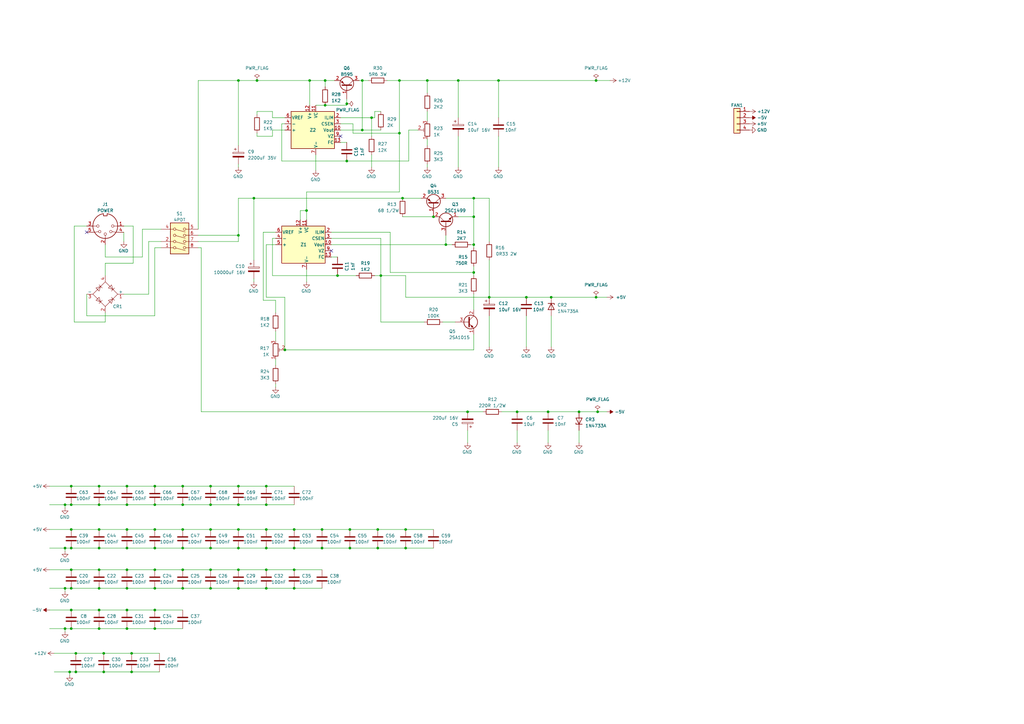
<source format=kicad_sch>
(kicad_sch (version 20230121) (generator eeschema)
  (paper "A3")
  (junction (at 29.21 199.39))
  (junction (at 28.575 275.59))
  (junction (at 127 33.02))
  (junction (at 52.07 224.79))
  (junction (at 97.79 199.39))
  (junction (at 63.5 233.68))
  (junction (at 26.67 207.01))
  (junction (at 191.77 168.91))
  (junction (at 42.545 267.97))
  (junction (at 143.51 224.79))
  (junction (at 97.79 96.52))
  (junction (at 29.21 233.68))
  (junction (at 52.07 250.19))
  (junction (at 142.24 66.04))
  (junction (at 177.8 88.9))
  (junction (at 26.67 257.81))
  (junction (at 74.93 224.79))
  (junction (at 86.36 224.79))
  (junction (at 40.64 250.19))
  (junction (at 97.79 33.02))
  (junction (at 244.475 33.02))
  (junction (at 52.07 257.81))
  (junction (at 175.26 33.02))
  (junction (at 237.49 168.91))
  (junction (at 120.65 224.79))
  (junction (at 97.79 224.79))
  (junction (at 109.22 217.17))
  (junction (at 63.5 207.01))
  (junction (at 74.93 233.68))
  (junction (at 63.5 250.19))
  (junction (at 142.24 42.545))
  (junction (at 120.65 217.17))
  (junction (at 52.07 217.17))
  (junction (at 29.21 207.01))
  (junction (at 109.22 233.68))
  (junction (at 63.5 217.17))
  (junction (at 53.975 267.97))
  (junction (at 53.975 275.59))
  (junction (at 40.64 199.39))
  (junction (at 74.93 207.01))
  (junction (at 52.07 241.3))
  (junction (at 31.115 267.97))
  (junction (at 74.93 199.39))
  (junction (at 194.31 100.33))
  (junction (at 104.14 81.28))
  (junction (at 132.08 224.79))
  (junction (at 29.21 250.19))
  (junction (at 156.21 113.03))
  (junction (at 97.79 217.17))
  (junction (at 154.94 217.17))
  (junction (at 244.475 121.92))
  (junction (at 97.79 241.3))
  (junction (at 143.51 217.17))
  (junction (at 120.65 241.3))
  (junction (at 116.84 143.51))
  (junction (at 63.5 199.39))
  (junction (at 133.35 43.18))
  (junction (at 52.07 233.68))
  (junction (at 40.64 233.68))
  (junction (at 226.06 121.92))
  (junction (at 63.5 224.79))
  (junction (at 194.31 88.9))
  (junction (at 187.96 33.02))
  (junction (at 29.21 241.3))
  (junction (at 215.9 121.92))
  (junction (at 97.79 233.68))
  (junction (at 109.22 224.79))
  (junction (at 86.36 241.3))
  (junction (at 40.64 241.3))
  (junction (at 154.94 224.79))
  (junction (at 97.79 207.01))
  (junction (at 212.09 168.91))
  (junction (at 105.41 33.02))
  (junction (at 204.47 33.02))
  (junction (at 182.88 100.33))
  (junction (at 133.35 33.02))
  (junction (at 86.36 199.39))
  (junction (at 52.07 199.39))
  (junction (at 86.36 233.68))
  (junction (at 166.37 217.17))
  (junction (at 63.5 241.3))
  (junction (at 163.83 33.02))
  (junction (at 163.83 54.61))
  (junction (at 224.79 168.91))
  (junction (at 40.64 207.01))
  (junction (at 52.07 207.01))
  (junction (at 245.11 168.91))
  (junction (at 165.1 81.28))
  (junction (at 194.31 81.28))
  (junction (at 29.21 257.81))
  (junction (at 40.64 257.81))
  (junction (at 138.43 113.03))
  (junction (at 200.66 121.92))
  (junction (at 109.22 241.3))
  (junction (at 148.59 33.02))
  (junction (at 74.93 241.3))
  (junction (at 29.21 217.17))
  (junction (at 120.65 233.68))
  (junction (at 42.545 275.59))
  (junction (at 166.37 224.79))
  (junction (at 26.67 241.3))
  (junction (at 29.21 224.79))
  (junction (at 86.36 207.01))
  (junction (at 86.36 217.17))
  (junction (at 26.67 224.79))
  (junction (at 40.64 224.79))
  (junction (at 125.73 86.36))
  (junction (at 132.08 217.17))
  (junction (at 152.4 48.26))
  (junction (at 40.64 217.17))
  (junction (at 148.59 53.34))
  (junction (at 109.22 207.01))
  (junction (at 74.93 217.17))
  (junction (at 31.115 275.59))
  (junction (at 109.22 199.39))
  (junction (at 63.5 257.81))
  (junction (at 194.31 111.76))
  (no_connect (at 139.7 55.88))
  (no_connect (at 35.56 95.25))
  (no_connect (at 135.89 102.87))
  (wire (pts (xy 194.31 111.76) (xy 194.31 113.03)))
  (wire (pts (xy 244.475 121.92) (xy 248.92 121.92)))
  (wire (pts (xy 81.28 33.02) (xy 97.79 33.02)))
  (wire (pts (xy 215.9 121.92) (xy 226.06 121.92)))
  (wire (pts (xy 109.22 224.79) (xy 120.65 224.79)))
  (wire (pts (xy 156.21 97.79) (xy 156.21 113.03)))
  (wire (pts (xy 22.225 267.97) (xy 31.115 267.97)))
  (wire (pts (xy 29.21 257.81) (xy 40.64 257.81)))
  (wire (pts (xy 30.48 92.71) (xy 30.48 132.08)))
  (wire (pts (xy 156.21 132.08) (xy 156.21 113.03)))
  (wire (pts (xy 109.22 100.33) (xy 109.22 121.92)))
  (wire (pts (xy 111.76 55.88) (xy 105.41 55.88)))
  (wire (pts (xy 138.43 113.03) (xy 146.05 113.03)))
  (wire (pts (xy 81.28 101.6) (xy 82.55 101.6)))
  (wire (pts (xy 143.51 224.79) (xy 154.94 224.79)))
  (wire (pts (xy 194.31 100.33) (xy 193.04 100.33)))
  (wire (pts (xy 113.03 95.25) (xy 107.95 95.25)))
  (wire (pts (xy 166.37 121.92) (xy 200.66 121.92)))
  (wire (pts (xy 187.96 55.88) (xy 187.96 68.58)))
  (wire (pts (xy 182.88 81.28) (xy 194.31 81.28)))
  (wire (pts (xy 115.57 50.8) (xy 116.84 50.8)))
  (wire (pts (xy 165.1 81.28) (xy 172.72 81.28)))
  (wire (pts (xy 63.5 224.79) (xy 74.93 224.79)))
  (wire (pts (xy 20.32 250.19) (xy 29.21 250.19)))
  (wire (pts (xy 244.475 33.02) (xy 250.19 33.02)))
  (wire (pts (xy 111.76 113.03) (xy 138.43 113.03)))
  (wire (pts (xy 153.67 48.26) (xy 153.67 45.72)))
  (wire (pts (xy 143.51 217.17) (xy 154.94 217.17)))
  (wire (pts (xy 40.64 207.01) (xy 52.07 207.01)))
  (wire (pts (xy 26.67 207.01) (xy 26.67 208.28)))
  (wire (pts (xy 29.21 241.3) (xy 40.64 241.3)))
  (wire (pts (xy 26.67 224.79) (xy 26.67 226.06)))
  (wire (pts (xy 166.37 217.17) (xy 177.8 217.17)))
  (wire (pts (xy 42.545 275.59) (xy 53.975 275.59)))
  (wire (pts (xy 120.65 217.17) (xy 132.08 217.17)))
  (wire (pts (xy 20.32 257.81) (xy 26.67 257.81)))
  (wire (pts (xy 120.65 241.3) (xy 132.08 241.3)))
  (wire (pts (xy 28.575 275.59) (xy 31.115 275.59)))
  (wire (pts (xy 20.32 224.79) (xy 26.67 224.79)))
  (wire (pts (xy 40.64 250.19) (xy 52.07 250.19)))
  (wire (pts (xy 97.79 199.39) (xy 109.22 199.39)))
  (wire (pts (xy 29.21 250.19) (xy 40.64 250.19)))
  (wire (pts (xy 40.64 217.17) (xy 52.07 217.17)))
  (wire (pts (xy 43.18 107.95) (xy 43.18 113.03)))
  (wire (pts (xy 31.115 267.97) (xy 42.545 267.97)))
  (wire (pts (xy 111.76 97.79) (xy 111.76 113.03)))
  (wire (pts (xy 200.66 129.54) (xy 200.66 142.24)))
  (wire (pts (xy 158.75 33.02) (xy 163.83 33.02)))
  (wire (pts (xy 144.78 54.61) (xy 163.83 54.61)))
  (wire (pts (xy 148.59 53.34) (xy 156.21 53.34)))
  (wire (pts (xy 86.36 217.17) (xy 97.79 217.17)))
  (wire (pts (xy 129.54 63.5) (xy 129.54 69.85)))
  (wire (pts (xy 97.79 99.06) (xy 97.79 96.52)))
  (wire (pts (xy 163.83 78.74) (xy 125.73 78.74)))
  (wire (pts (xy 26.67 241.3) (xy 29.21 241.3)))
  (wire (pts (xy 116.84 121.92) (xy 116.84 143.51)))
  (wire (pts (xy 194.31 81.28) (xy 194.31 88.9)))
  (wire (pts (xy 31.115 275.59) (xy 42.545 275.59)))
  (wire (pts (xy 52.07 224.79) (xy 63.5 224.79)))
  (wire (pts (xy 97.79 207.01) (xy 109.22 207.01)))
  (wire (pts (xy 29.21 224.79) (xy 40.64 224.79)))
  (wire (pts (xy 187.96 33.02) (xy 204.47 33.02)))
  (wire (pts (xy 191.77 168.91) (xy 198.12 168.91)))
  (wire (pts (xy 40.64 199.39) (xy 52.07 199.39)))
  (wire (pts (xy 113.03 157.48) (xy 113.03 158.75)))
  (wire (pts (xy 113.03 135.89) (xy 113.03 139.7)))
  (wire (pts (xy 125.73 110.49) (xy 125.73 115.57)))
  (wire (pts (xy 132.08 217.17) (xy 143.51 217.17)))
  (wire (pts (xy 58.42 93.98) (xy 66.04 93.98)))
  (wire (pts (xy 50.8 92.71) (xy 54.61 92.71)))
  (wire (pts (xy 97.79 33.02) (xy 97.79 59.69)))
  (wire (pts (xy 163.83 33.02) (xy 175.26 33.02)))
  (wire (pts (xy 132.08 224.79) (xy 143.51 224.79)))
  (wire (pts (xy 175.26 33.02) (xy 175.26 38.1)))
  (wire (pts (xy 81.28 99.06) (xy 97.79 99.06)))
  (wire (pts (xy 127 33.02) (xy 133.35 33.02)))
  (wire (pts (xy 105.41 46.99) (xy 105.41 45.72)))
  (wire (pts (xy 63.5 250.19) (xy 74.93 250.19)))
  (wire (pts (xy 129.54 43.18) (xy 133.35 43.18)))
  (wire (pts (xy 113.03 147.32) (xy 113.03 149.86)))
  (wire (pts (xy 74.93 241.3) (xy 86.36 241.3)))
  (wire (pts (xy 86.36 224.79) (xy 97.79 224.79)))
  (wire (pts (xy 173.99 132.08) (xy 156.21 132.08)))
  (wire (pts (xy 187.96 88.9) (xy 194.31 88.9)))
  (wire (pts (xy 125.73 86.36) (xy 125.73 90.17)))
  (wire (pts (xy 53.975 267.97) (xy 65.405 267.97)))
  (wire (pts (xy 215.9 129.54) (xy 215.9 142.24)))
  (wire (pts (xy 226.06 129.54) (xy 226.06 142.24)))
  (wire (pts (xy 111.76 97.79) (xy 113.03 97.79)))
  (wire (pts (xy 163.83 54.61) (xy 163.83 78.74)))
  (wire (pts (xy 139.7 58.42) (xy 142.24 58.42)))
  (wire (pts (xy 194.31 120.65) (xy 194.31 127)))
  (wire (pts (xy 116.84 53.34) (xy 111.76 53.34)))
  (wire (pts (xy 181.61 132.08) (xy 186.69 132.08)))
  (wire (pts (xy 63.5 101.6) (xy 66.04 101.6)))
  (wire (pts (xy 82.55 168.91) (xy 191.77 168.91)))
  (wire (pts (xy 142.24 66.04) (xy 167.64 66.04)))
  (wire (pts (xy 43.18 105.41) (xy 58.42 105.41)))
  (wire (pts (xy 113.03 123.19) (xy 113.03 128.27)))
  (wire (pts (xy 109.22 207.01) (xy 120.65 207.01)))
  (wire (pts (xy 156.21 113.03) (xy 153.67 113.03)))
  (wire (pts (xy 160.02 95.25) (xy 160.02 111.76)))
  (wire (pts (xy 111.76 48.26) (xy 116.84 48.26)))
  (wire (pts (xy 139.7 53.34) (xy 148.59 53.34)))
  (wire (pts (xy 105.41 54.61) (xy 105.41 55.88)))
  (wire (pts (xy 204.47 33.02) (xy 204.47 48.26)))
  (wire (pts (xy 139.7 50.8) (xy 144.78 50.8)))
  (wire (pts (xy 105.41 33.02) (xy 127 33.02)))
  (wire (pts (xy 58.42 105.41) (xy 58.42 93.98)))
  (wire (pts (xy 60.96 99.06) (xy 66.04 99.06)))
  (wire (pts (xy 26.67 257.81) (xy 26.67 259.08)))
  (wire (pts (xy 133.35 43.18) (xy 142.24 43.18)))
  (wire (pts (xy 54.61 92.71) (xy 54.61 107.95)))
  (wire (pts (xy 237.49 168.91) (xy 245.11 168.91)))
  (wire (pts (xy 35.56 92.71) (xy 30.48 92.71)))
  (wire (pts (xy 156.21 113.03) (xy 166.37 113.03)))
  (wire (pts (xy 74.93 217.17) (xy 86.36 217.17)))
  (wire (pts (xy 224.79 176.53) (xy 224.79 181.61)))
  (wire (pts (xy 237.49 176.53) (xy 237.49 181.61)))
  (wire (pts (xy 20.32 199.39) (xy 29.21 199.39)))
  (wire (pts (xy 152.4 48.26) (xy 152.4 55.88)))
  (wire (pts (xy 147.32 33.02) (xy 148.59 33.02)))
  (wire (pts (xy 204.47 55.88) (xy 204.47 68.58)))
  (wire (pts (xy 166.37 113.03) (xy 166.37 121.92)))
  (wire (pts (xy 152.4 63.5) (xy 152.4 68.58)))
  (wire (pts (xy 212.09 176.53) (xy 212.09 181.61)))
  (wire (pts (xy 97.79 233.68) (xy 109.22 233.68)))
  (wire (pts (xy 154.94 224.79) (xy 166.37 224.79)))
  (wire (pts (xy 81.28 96.52) (xy 97.79 96.52)))
  (wire (pts (xy 154.94 217.17) (xy 166.37 217.17)))
  (wire (pts (xy 26.67 257.81) (xy 29.21 257.81)))
  (wire (pts (xy 97.79 67.31) (xy 97.79 68.58)))
  (wire (pts (xy 40.64 224.79) (xy 52.07 224.79)))
  (wire (pts (xy 52.07 241.3) (xy 63.5 241.3)))
  (wire (pts (xy 74.93 224.79) (xy 86.36 224.79)))
  (wire (pts (xy 182.88 100.33) (xy 135.89 100.33)))
  (wire (pts (xy 142.24 42.545) (xy 142.24 43.18)))
  (wire (pts (xy 20.32 217.17) (xy 29.21 217.17)))
  (wire (pts (xy 97.79 217.17) (xy 109.22 217.17)))
  (wire (pts (xy 63.5 199.39) (xy 74.93 199.39)))
  (wire (pts (xy 104.14 81.28) (xy 165.1 81.28)))
  (wire (pts (xy 109.22 121.92) (xy 116.84 121.92)))
  (wire (pts (xy 40.64 241.3) (xy 52.07 241.3)))
  (wire (pts (xy 148.59 33.02) (xy 151.13 33.02)))
  (wire (pts (xy 81.28 93.98) (xy 81.28 33.02)))
  (wire (pts (xy 133.35 33.02) (xy 137.16 33.02)))
  (wire (pts (xy 135.89 95.25) (xy 160.02 95.25)))
  (wire (pts (xy 63.5 217.17) (xy 74.93 217.17)))
  (wire (pts (xy 35.56 120.65) (xy 35.56 129.54)))
  (wire (pts (xy 52.07 233.68) (xy 63.5 233.68)))
  (wire (pts (xy 29.21 199.39) (xy 40.64 199.39)))
  (wire (pts (xy 120.65 233.68) (xy 132.08 233.68)))
  (wire (pts (xy 50.8 120.65) (xy 60.96 120.65)))
  (wire (pts (xy 97.79 33.02) (xy 105.41 33.02)))
  (wire (pts (xy 109.22 199.39) (xy 120.65 199.39)))
  (wire (pts (xy 224.79 168.91) (xy 237.49 168.91)))
  (wire (pts (xy 107.95 95.25) (xy 107.95 123.19)))
  (wire (pts (xy 86.36 207.01) (xy 97.79 207.01)))
  (wire (pts (xy 86.36 241.3) (xy 97.79 241.3)))
  (wire (pts (xy 182.88 96.52) (xy 182.88 100.33)))
  (wire (pts (xy 20.32 233.68) (xy 29.21 233.68)))
  (wire (pts (xy 123.19 90.17) (xy 123.19 86.36)))
  (wire (pts (xy 163.83 54.61) (xy 163.83 33.02)))
  (wire (pts (xy 28.575 275.59) (xy 28.575 276.86)))
  (wire (pts (xy 133.35 33.02) (xy 133.35 35.56)))
  (wire (pts (xy 54.61 107.95) (xy 43.18 107.95)))
  (wire (pts (xy 20.32 207.01) (xy 26.67 207.01)))
  (wire (pts (xy 74.93 233.68) (xy 86.36 233.68)))
  (wire (pts (xy 43.18 100.33) (xy 43.18 105.41)))
  (wire (pts (xy 204.47 33.02) (xy 244.475 33.02)))
  (wire (pts (xy 50.8 95.25) (xy 50.8 99.06)))
  (wire (pts (xy 107.95 123.19) (xy 113.03 123.19)))
  (wire (pts (xy 97.79 241.3) (xy 109.22 241.3)))
  (wire (pts (xy 63.5 233.68) (xy 74.93 233.68)))
  (wire (pts (xy 115.57 50.8) (xy 115.57 66.04)))
  (wire (pts (xy 135.89 105.41) (xy 138.43 105.41)))
  (wire (pts (xy 26.67 241.3) (xy 26.67 242.57)))
  (wire (pts (xy 111.76 53.34) (xy 111.76 55.88)))
  (wire (pts (xy 153.67 45.72) (xy 156.21 45.72)))
  (wire (pts (xy 104.14 114.3) (xy 104.14 115.57)))
  (wire (pts (xy 152.4 48.26) (xy 153.67 48.26)))
  (wire (pts (xy 113.03 100.33) (xy 109.22 100.33)))
  (wire (pts (xy 194.31 143.51) (xy 116.84 143.51)))
  (wire (pts (xy 22.225 275.59) (xy 28.575 275.59)))
  (wire (pts (xy 167.64 53.34) (xy 167.64 66.04)))
  (wire (pts (xy 194.31 137.16) (xy 194.31 143.51)))
  (wire (pts (xy 40.64 257.81) (xy 52.07 257.81)))
  (wire (pts (xy 212.09 168.91) (xy 224.79 168.91)))
  (wire (pts (xy 120.65 224.79) (xy 132.08 224.79)))
  (wire (pts (xy 109.22 233.68) (xy 120.65 233.68)))
  (wire (pts (xy 200.66 81.28) (xy 200.66 99.06)))
  (wire (pts (xy 194.31 109.22) (xy 194.31 111.76)))
  (wire (pts (xy 194.31 100.33) (xy 194.31 101.6)))
  (wire (pts (xy 63.5 257.81) (xy 74.93 257.81)))
  (wire (pts (xy 109.22 217.17) (xy 120.65 217.17)))
  (wire (pts (xy 63.5 207.01) (xy 74.93 207.01)))
  (wire (pts (xy 200.66 121.92) (xy 215.9 121.92)))
  (wire (pts (xy 97.79 96.52) (xy 97.79 81.28)))
  (wire (pts (xy 187.96 33.02) (xy 187.96 48.26)))
  (wire (pts (xy 52.07 217.17) (xy 63.5 217.17)))
  (wire (pts (xy 52.07 250.19) (xy 63.5 250.19)))
  (wire (pts (xy 82.55 101.6) (xy 82.55 168.91)))
  (wire (pts (xy 226.06 121.92) (xy 244.475 121.92)))
  (wire (pts (xy 26.67 207.01) (xy 29.21 207.01)))
  (wire (pts (xy 175.26 33.02) (xy 187.96 33.02)))
  (wire (pts (xy 182.88 100.33) (xy 185.42 100.33)))
  (wire (pts (xy 29.21 233.68) (xy 40.64 233.68)))
  (wire (pts (xy 194.31 88.9) (xy 194.31 100.33)))
  (wire (pts (xy 123.19 86.36) (xy 125.73 86.36)))
  (wire (pts (xy 142.24 66.04) (xy 115.57 66.04)))
  (wire (pts (xy 52.07 207.01) (xy 63.5 207.01)))
  (wire (pts (xy 166.37 224.79) (xy 177.8 224.79)))
  (wire (pts (xy 109.22 241.3) (xy 120.65 241.3)))
  (wire (pts (xy 171.45 53.34) (xy 167.64 53.34)))
  (wire (pts (xy 52.07 257.81) (xy 63.5 257.81)))
  (wire (pts (xy 111.76 45.72) (xy 111.76 48.26)))
  (wire (pts (xy 194.31 81.28) (xy 200.66 81.28)))
  (wire (pts (xy 191.77 176.53) (xy 191.77 181.61)))
  (wire (pts (xy 29.21 207.01) (xy 40.64 207.01)))
  (wire (pts (xy 139.7 48.26) (xy 152.4 48.26)))
  (wire (pts (xy 63.5 241.3) (xy 74.93 241.3)))
  (wire (pts (xy 245.11 168.91) (xy 248.92 168.91)))
  (wire (pts (xy 29.21 217.17) (xy 40.64 217.17)))
  (wire (pts (xy 127 43.18) (xy 127 33.02)))
  (wire (pts (xy 74.93 207.01) (xy 86.36 207.01)))
  (wire (pts (xy 30.48 132.08) (xy 43.18 132.08)))
  (wire (pts (xy 142.24 40.64) (xy 142.24 42.545)))
  (wire (pts (xy 160.02 111.76) (xy 194.31 111.76)))
  (wire (pts (xy 26.67 224.79) (xy 29.21 224.79)))
  (wire (pts (xy 144.78 50.8) (xy 144.78 54.61)))
  (wire (pts (xy 86.36 199.39) (xy 97.79 199.39)))
  (wire (pts (xy 175.26 57.15) (xy 175.26 59.69)))
  (wire (pts (xy 86.36 233.68) (xy 97.79 233.68)))
  (wire (pts (xy 165.1 88.9) (xy 177.8 88.9)))
  (wire (pts (xy 104.14 81.28) (xy 104.14 106.68)))
  (wire (pts (xy 148.59 33.02) (xy 148.59 53.34)))
  (wire (pts (xy 43.18 128.27) (xy 43.18 132.08)))
  (wire (pts (xy 205.74 168.91) (xy 212.09 168.91)))
  (wire (pts (xy 60.96 120.65) (xy 60.96 99.06)))
  (wire (pts (xy 200.66 106.68) (xy 200.66 121.92)))
  (wire (pts (xy 175.26 45.72) (xy 175.26 49.53)))
  (wire (pts (xy 125.73 78.74) (xy 125.73 86.36)))
  (wire (pts (xy 175.26 67.31) (xy 175.26 68.58)))
  (wire (pts (xy 20.32 241.3) (xy 26.67 241.3)))
  (wire (pts (xy 35.56 129.54) (xy 63.5 129.54)))
  (wire (pts (xy 53.975 275.59) (xy 65.405 275.59)))
  (wire (pts (xy 105.41 45.72) (xy 111.76 45.72)))
  (wire (pts (xy 97.79 81.28) (xy 104.14 81.28)))
  (wire (pts (xy 40.64 233.68) (xy 52.07 233.68)))
  (wire (pts (xy 42.545 267.97) (xy 53.975 267.97)))
  (wire (pts (xy 97.79 224.79) (xy 109.22 224.79)))
  (wire (pts (xy 52.07 199.39) (xy 63.5 199.39)))
  (wire (pts (xy 63.5 129.54) (xy 63.5 101.6)))
  (wire (pts (xy 135.89 97.79) (xy 156.21 97.79)))
  (wire (pts (xy 74.93 199.39) (xy 86.36 199.39)))
  (symbol (lib_id "Device:R") (at 189.23 100.33 90) (unit 1)
    (property "Reference" "R14" (at 189.23 95.25 90))
    (property "Value" "2K7" (at 189.23 97.79 90))
    (property "Footprint" "TRS80:Resistor 10.16mm" (effects hide))
  )
  (symbol (lib_id "Device:C") (at 224.79 172.72 180) (unit 1)
    (property "Reference" "C7" (at 229.87 171.45 0))
    (property "Value" "10nF" (at 229.87 173.99 0))
    (property "Footprint" "TRS80:Ceramic Disc 5mm" (effects hide))
  )
  (symbol (lib_id "Device:R") (at 113.03 132.08 0) (unit 1)
    (property "Reference" "R18" (at 106.68 130.81 0) (effects (justify left)))
    (property "Value" "1K2" (at 106.68 133.35 0) (effects (justify left)))
    (property "Footprint" "TRS80:Resistor 10.16mm" (effects hide))
  )
  (symbol (lib_id "power:GND") (at 307.34 53.34 90) (unit 1)
    (property "Reference" "#PWR0108" (effects hide))
    (property "Value" "GND" (at 310.515 53.34 90) (effects (justify right)))
    (instances (project "TRS80IJP_1" (path "" (reference "#PWR0108") (unit 1)) (path "" (reference "#PWR0123") (unit 1)) (path "" (reference "#PWR0132") (unit 1)) (path "" (reference "#PWR0159") (unit 1))))
  )
  (symbol (lib_id "power:GND") (at 200.66 142.24 0) (unit 1)
    (property "Reference" "#PWR0108" (effects hide))
    (property "Value" "GND" (at 202.565 146.05 0) (effects (justify right)))
    (instances (project "TRS80IJP_1" (path "" (reference "#PWR0108") (unit 1)) (path "" (reference "#PWR0123") (unit 1)) (path "" (reference "#PWR0132") (unit 1)) (path "" (reference "#PWR0156") (unit 1))))
  )
  (symbol (lib_id "Regulator_Linear:LM723_DIP14") (at 129.54 53.34 0) (unit 1)
    (property "Reference" "Z2" (at 127 53.34 0) (effects (justify left)))
    (property "Value" "LM723_DIP14" (effects hide))
    (property "Footprint" "Package_DIP:DIP-14_W7.62mm" (effects hide))
    (property "Datasheet" "http://www.ti.com/lit/ds/symlink/lm723.pdf" (effects hide))
  )
  (symbol (lib_id "Device:C") (at 29.21 220.98 180) (unit 1)
    (property "Reference" "C39" (at 34.29 219.71 0))
    (property "Value" "100nF" (at 34.29 222.25 0))
    (property "Footprint" "TRS80:Ceramic Disc 5mm" (effects hide))
  )
  (symbol (lib_id "Connector_Generic:Conn_01x04") (at 302.26 48.26 0) (mirror y) (unit 1)
    (property "Reference" "FAN1" (at 302.26 43.18 0))
    (property "Value" "FAN" (effects hide))
    (property "Footprint" "TRS80:Fan" (effects hide))
  )
  (symbol (lib_id "power:+12V") (at 22.225 267.97 90) (unit 1)
    (property "Reference" "#PWR0240" (effects hide))
    (property "Value" "+12V" (at 19.05 267.97 90) (effects (justify left)))
    (instances (project "TRS80IJP_1" (path "" (reference "#PWR0240") (unit 1)) (path "" (reference "#PWR0232") (unit 1))))
  )
  (symbol (lib_id "Device:C") (at 63.5 220.98 180) (unit 1)
    (property "Reference" "C46" (at 68.58 219.71 0))
    (property "Value" "100nF" (at 68.58 222.25 0))
    (property "Footprint" "TRS80:Ceramic Disc 5mm" (effects hide))
  )
  (symbol (lib_id "power:+5V") (at 248.92 121.92 270) (unit 1)
    (property "Reference" "#PWR010" (effects hide))
    (property "Value" "+5V" (at 254.635 121.92 90))
    (instances (project "TRS80IJP_1" (path "" (reference "#PWR010") (unit 1)) (path "" (reference "#PWR031") (unit 1))))
  )
  (symbol (lib_id "power:GND") (at 26.67 242.57 0) (unit 1)
    (property "Reference" "#PWR0108" (effects hide))
    (property "Value" "GND" (at 28.575 246.38 0) (effects (justify right)))
    (instances (project "TRS80IJP_1" (path "" (reference "#PWR0108") (unit 1)) (path "" (reference "#PWR0123") (unit 1)) (path "" (reference "#PWR0132") (unit 1)) (path "" (reference "#PWR0139") (unit 1))))
  )
  (symbol (lib_id "power:GND") (at 212.09 181.61 0) (unit 1)
    (property "Reference" "#PWR0108" (effects hide))
    (property "Value" "GND" (at 213.995 185.42 0) (effects (justify right)))
    (instances (project "TRS80IJP_1" (path "" (reference "#PWR0108") (unit 1)) (path "" (reference "#PWR0123") (unit 1)) (path "" (reference "#PWR0132") (unit 1)) (path "" (reference "#PWR0152") (unit 1))))
  )
  (symbol (lib_id "power:GND") (at 129.54 69.85 0) (unit 1)
    (property "Reference" "#PWR0108" (effects hide))
    (property "Value" "GND" (at 131.445 73.66 0) (effects (justify right)))
    (instances (project "TRS80IJP_1" (path "" (reference "#PWR0108") (unit 1)) (path "" (reference "#PWR0123") (unit 1)) (path "" (reference "#PWR0132") (unit 1)) (path "" (reference "#PWR0146") (unit 1))))
  )
  (symbol (lib_id "Device:R") (at 201.93 168.91 90) (unit 1)
    (property "Reference" "R12" (at 201.93 163.83 90))
    (property "Value" "220R 1/2W" (at 201.93 166.37 90))
    (property "Footprint" "TRS80:Resistor 15mm" (effects hide))
  )
  (symbol (lib_id "Device:C") (at 40.64 203.2 180) (unit 1)
    (property "Reference" "C64" (at 45.72 201.93 0))
    (property "Value" "100nF" (at 45.72 204.47 0))
    (property "Footprint" "TRS80:Ceramic Disc 5mm" (effects hide))
  )
  (symbol (lib_id "Device:C") (at 74.93 203.2 180) (unit 1)
    (property "Reference" "C67" (at 80.01 201.93 0))
    (property "Value" "100nF" (at 80.01 204.47 0))
    (property "Footprint" "TRS80:Ceramic Disc 5mm" (effects hide))
  )
  (symbol (lib_id "power:GND") (at 224.79 181.61 0) (unit 1)
    (property "Reference" "#PWR0108" (effects hide))
    (property "Value" "GND" (at 226.695 185.42 0) (effects (justify right)))
    (instances (project "TRS80IJP_1" (path "" (reference "#PWR0108") (unit 1)) (path "" (reference "#PWR0123") (unit 1)) (path "" (reference "#PWR0132") (unit 1)) (path "" (reference "#PWR0153") (unit 1))))
  )
  (symbol (lib_id "Device:C") (at 29.21 254 180) (unit 1)
    (property "Reference" "C8" (at 34.29 252.73 0))
    (property "Value" "100nF" (at 34.29 255.27 0))
    (property "Footprint" "TRS80:Ceramic Disc 5mm" (effects hide))
  )
  (symbol (lib_id "Device:C") (at 215.9 125.73 180) (unit 1)
    (property "Reference" "C13" (at 220.98 124.46 0))
    (property "Value" "10nF" (at 220.98 127 0))
    (property "Footprint" "TRS80:Ceramic Disc 5mm" (effects hide))
  )
  (symbol (lib_id "Device:R") (at 133.35 39.37 180) (unit 1)
    (property "Reference" "R28" (at 135.89 38.735 0) (effects (justify right)))
    (property "Value" "1K2" (at 135.89 41.275 0) (effects (justify right)))
    (property "Footprint" "TRS80:Resistor 10.16mm" (effects hide))
  )
  (symbol (lib_id "Device:C") (at 74.93 254 180) (unit 1)
    (property "Reference" "C37" (at 80.01 252.73 0))
    (property "Value" "100nF" (at 80.01 255.27 0))
    (property "Footprint" "TRS80:Ceramic Disc 5mm" (effects hide))
  )
  (symbol (lib_id "power:PWR_FLAG") (at 244.475 121.92 0) (unit 1)
    (property "Reference" "#FLG0102" (effects hide))
    (property "Value" "PWR_FLAG" (at 244.475 116.84 0))
  )
  (symbol (lib_id "Device:C") (at 63.5 237.49 180) (unit 1)
    (property "Reference" "C24" (at 68.58 236.22 0))
    (property "Value" "100nF" (at 68.58 238.76 0))
    (property "Footprint" "TRS80:Ceramic Disc 5mm" (effects hide))
  )
  (symbol (lib_id "Device:C_Polarized") (at 191.77 172.72 180) (unit 1)
    (property "Reference" "C5" (at 187.96 173.99 0) (effects (justify left)))
    (property "Value" "220uF 16V" (at 187.96 171.45 0) (effects (justify left)))
    (property "Footprint" "TRS80:CP_Radial_P5.00mm" (effects hide))
  )
  (symbol (lib_id "Device:C") (at 109.22 237.49 180) (unit 1)
    (property "Reference" "C32" (at 114.3 236.22 0))
    (property "Value" "100nF" (at 114.3 238.76 0))
    (property "Footprint" "TRS80:Ceramic Disc 5mm" (effects hide))
  )
  (symbol (lib_id "Device:C") (at 52.07 220.98 180) (unit 1)
    (property "Reference" "C45" (at 57.15 219.71 0))
    (property "Value" "100nF" (at 57.15 222.25 0))
    (property "Footprint" "TRS80:Ceramic Disc 5mm" (effects hide))
  )
  (symbol (lib_id "power:+12V") (at 250.19 33.02 270) (unit 1)
    (property "Reference" "#PWR0230" (effects hide))
    (property "Value" "+12V" (at 253.365 33.02 90) (effects (justify left)))
  )
  (symbol (lib_id "Device:R") (at 105.41 50.8 180) (unit 1)
    (property "Reference" "R22" (at 107.95 50.165 0) (effects (justify right)))
    (property "Value" "1K5" (at 107.95 52.705 0) (effects (justify right)))
    (property "Footprint" "TRS80:Resistor 10.16mm" (effects hide))
  )
  (symbol (lib_id "power:-5V") (at 248.92 168.91 270) (unit 1)
    (property "Reference" "#PWR0242" (effects hide))
    (property "Value" "-5V" (at 252.095 168.91 90) (effects (justify left)))
  )
  (symbol (lib_id "Diode_Bridge:VS-KBPC804") (at 43.18 120.65 0) (unit 1)
    (property "Reference" "CR1" (at 48.26 125.73 0))
    (property "Value" "S2V B20" (effects hide))
    (property "Footprint" "TRS80:Rectifier" (effects hide))
    (property "Datasheet" "http://www.vishay.com/docs/93586/kbpc8series.pdf" (effects hide))
  )
  (symbol (lib_id "power:+5V") (at 20.32 233.68 90) (unit 1)
    (property "Reference" "#PWR010" (effects hide))
    (property "Value" "+5V" (at 15.24 233.68 90))
    (instances (project "TRS80IJP_1" (path "" (reference "#PWR010") (unit 1)) (path "" (reference "#PWR030") (unit 1))))
  )
  (symbol (lib_id "Device:R") (at 194.31 105.41 180) (unit 1)
    (property "Reference" "R15" (at 187.96 105.41 0) (effects (justify right)))
    (property "Value" "750R" (at 186.69 107.95 0) (effects (justify right)))
    (property "Footprint" "TRS80:Resistor 10.16mm" (effects hide))
  )
  (symbol (lib_id "Transistor_BJT:2SA1015") (at 191.77 132.08 0) (unit 1)
    (property "Reference" "Q5" (at 184.15 135.89 0) (effects (justify left)))
    (property "Value" "2SA1015" (at 184.15 138.43 0) (effects (justify left)))
    (property "Footprint" "TRS80:TO-92_Transistor" (effects hide))
    (property "Datasheet" "http://www.datasheetcatalog.org/datasheet/toshiba/905.pdf" (effects hide))
  )
  (symbol (lib_id "Device:C") (at 212.09 172.72 180) (unit 1)
    (property "Reference" "C6" (at 217.17 171.45 0))
    (property "Value" "10uF" (at 217.17 173.99 0))
    (property "Footprint" "TRS80:CP_Radial_D5.0mm_P2.50mm" (effects hide))
  )
  (symbol (lib_id "power:GND") (at 152.4 68.58 0) (unit 1)
    (property "Reference" "#PWR0108" (effects hide))
    (property "Value" "GND" (at 154.305 72.39 0) (effects (justify right)))
    (instances (project "TRS80IJP_1" (path "" (reference "#PWR0108") (unit 1)) (path "" (reference "#PWR0123") (unit 1)) (path "" (reference "#PWR0132") (unit 1)) (path "" (reference "#PWR0147") (unit 1))))
  )
  (symbol (lib_id "Device:D_Zener") (at 237.49 172.72 90) (unit 1)
    (property "Reference" "CR3" (at 240.03 172.085 90) (effects (justify right)))
    (property "Value" "1N4733A" (at 240.03 174.625 90) (effects (justify right)))
    (property "Footprint" "TRS80:Diode CR3" (effects hide))
  )
  (symbol (lib_id "power:GND") (at 175.26 68.58 0) (unit 1)
    (property "Reference" "#PWR0108" (effects hide))
    (property "Value" "GND" (at 177.165 72.39 0) (effects (justify right)))
    (instances (project "TRS80IJP_1" (path "" (reference "#PWR0108") (unit 1)) (path "" (reference "#PWR0123") (unit 1)) (path "" (reference "#PWR0132") (unit 1)) (path "" (reference "#PWR0148") (unit 1))))
  )
  (symbol (lib_id "Device:C") (at 97.79 220.98 180) (unit 1)
    (property "Reference" "C51" (at 102.87 219.71 0))
    (property "Value" "100nF" (at 102.87 222.25 0))
    (property "Footprint" "TRS80:Ceramic Disc 5mm" (effects hide))
  )
  (symbol (lib_id "Device:D_Zener") (at 226.06 125.73 270) (unit 1)
    (property "Reference" "CR2" (at 228.6 125.095 90) (effects (justify left)))
    (property "Value" "1N4735A" (at 228.6 127.635 90) (effects (justify left)))
    (property "Footprint" "TRS80:Diode 2 15mm" (effects hide))
  )
  (symbol (lib_id "Device:R") (at 177.8 132.08 90) (unit 1)
    (property "Reference" "R20" (at 177.8 127 90))
    (property "Value" "100K" (at 177.8 129.54 90))
    (property "Footprint" "TRS80:Resistor 10.16mm" (effects hide))
  )
  (symbol (lib_id "Device:C") (at 177.8 220.98 180) (unit 1)
    (property "Reference" "C59" (at 182.88 219.71 0))
    (property "Value" "100nF" (at 182.88 222.25 0))
    (property "Footprint" "TRS80:Ceramic Disc 5mm" (effects hide))
  )
  (symbol (lib_id "power:GND") (at 28.575 276.86 0) (unit 1)
    (property "Reference" "#PWR0108" (effects hide))
    (property "Value" "GND" (at 30.48 280.67 0) (effects (justify right)))
    (instances (project "TRS80IJP_1" (path "" (reference "#PWR0108") (unit 1)) (path "" (reference "#PWR0123") (unit 1)) (path "" (reference "#PWR0132") (unit 1)) (path "" (reference "#PWR0141") (unit 1))))
  )
  (symbol (lib_id "Device:C") (at 29.21 203.2 180) (unit 1)
    (property "Reference" "C63" (at 34.29 201.93 0))
    (property "Value" "100nF" (at 34.29 204.47 0))
    (property "Footprint" "TRS80:Ceramic Disc 5mm" (effects hide))
  )
  (symbol (lib_id "power:GND") (at 237.49 181.61 0) (unit 1)
    (property "Reference" "#PWR0108" (effects hide))
    (property "Value" "GND" (at 239.395 185.42 0) (effects (justify right)))
    (instances (project "TRS80IJP_1" (path "" (reference "#PWR0108") (unit 1)) (path "" (reference "#PWR0123") (unit 1)) (path "" (reference "#PWR0132") (unit 1)) (path "" (reference "#PWR0154") (unit 1))))
  )
  (symbol (lib_id "Device:C") (at 29.21 237.49 180) (unit 1)
    (property "Reference" "C20" (at 34.29 236.22 0))
    (property "Value" "100nF" (at 34.29 238.76 0))
    (property "Footprint" "TRS80:Ceramic Disc 5mm" (effects hide))
  )
  (symbol (lib_id "power:PWR_FLAG") (at 142.24 42.545 270) (unit 1)
    (property "Reference" "#FLG0106" (effects hide))
    (property "Value" "PWR_FLAG" (at 137.795 45.085 90) (effects (justify left)))
  )
  (symbol (lib_id "Device:C") (at 143.51 220.98 180) (unit 1)
    (property "Reference" "C55" (at 148.59 219.71 0))
    (property "Value" "100nF" (at 148.59 222.25 0))
    (property "Footprint" "TRS80:Ceramic Disc 5mm" (effects hide))
  )
  (symbol (lib_id "Device:R_Potentiometer_Trim") (at 113.03 143.51 0) (mirror x) (unit 1)
    (property "Reference" "R17" (at 110.49 142.875 0) (effects (justify right)))
    (property "Value" "1K" (at 110.49 145.415 0) (effects (justify right)))
    (property "Footprint" "TRS80:Pot-R17" (effects hide))
  )
  (symbol (lib_id "Device:C") (at 86.36 220.98 180) (unit 1)
    (property "Reference" "C49" (at 91.44 219.71 0))
    (property "Value" "100nF" (at 91.44 222.25 0))
    (property "Footprint" "TRS80:Ceramic Disc 5mm" (effects hide))
  )
  (symbol (lib_id "power:-5V") (at 307.34 48.26 270) (unit 1)
    (property "Reference" "#PWR0243" (effects hide))
    (property "Value" "-5V" (at 310.515 48.26 90) (effects (justify left)))
  )
  (symbol (lib_id "Device:C_Polarized") (at 200.66 125.73 0) (unit 1)
    (property "Reference" "C12" (at 204.47 124.46 0) (effects (justify left)))
    (property "Value" "10uF 16V" (at 204.47 127 0) (effects (justify left)))
    (property "Footprint" "TRS80:CP_Radial_D5.0mm_P2.50mm" (effects hide))
  )
  (symbol (lib_id "Device:C") (at 40.64 254 180) (unit 1)
    (property "Reference" "C28" (at 45.72 252.73 0))
    (property "Value" "100nF" (at 45.72 255.27 0))
    (property "Footprint" "TRS80:Ceramic Disc 5mm" (effects hide))
  )
  (symbol (lib_id "Device:R") (at 113.03 153.67 0) (unit 1)
    (property "Reference" "R24" (at 106.68 152.4 0) (effects (justify left)))
    (property "Value" "3K3" (at 106.68 154.94 0) (effects (justify left)))
    (property "Footprint" "TRS80:Resistor 10.16mm" (effects hide))
  )
  (symbol (lib_id "Device:C") (at 120.65 203.2 180) (unit 1)
    (property "Reference" "C72" (at 125.73 201.93 0))
    (property "Value" "100nF" (at 125.73 204.47 0))
    (property "Footprint" "TRS80:Ceramic Disc 5mm" (effects hide))
  )
  (symbol (lib_id "Device:R") (at 175.26 63.5 0) (unit 1)
    (property "Reference" "R25" (at 177.8 62.865 0) (effects (justify left)))
    (property "Value" "3K3" (at 177.8 65.405 0) (effects (justify left)))
    (property "Footprint" "TRS80:Resistor 10.16mm" (effects hide))
  )
  (symbol (lib_id "Device:C") (at 109.22 220.98 180) (unit 1)
    (property "Reference" "C52" (at 114.3 219.71 0))
    (property "Value" "100nF" (at 114.3 222.25 0))
    (property "Footprint" "TRS80:Ceramic Disc 5mm" (effects hide))
  )
  (symbol (lib_id "Device:R") (at 152.4 59.69 180) (unit 1)
    (property "Reference" "R27" (at 154.94 59.055 0) (effects (justify right)))
    (property "Value" "12K" (at 154.94 61.595 0) (effects (justify right)))
    (property "Footprint" "TRS80:Resistor 10.16mm" (effects hide))
  )
  (symbol (lib_id "power:GND") (at 113.03 158.75 0) (unit 1)
    (property "Reference" "#PWR0108" (effects hide))
    (property "Value" "GND" (at 114.935 162.56 0) (effects (justify right)))
    (instances (project "TRS80IJP_1" (path "" (reference "#PWR0108") (unit 1)) (path "" (reference "#PWR0123") (unit 1)) (path "" (reference "#PWR0132") (unit 1)) (path "" (reference "#PWR0155") (unit 1))))
  )
  (symbol (lib_id "power:GND") (at 204.47 68.58 0) (unit 1)
    (property "Reference" "#PWR0108" (effects hide))
    (property "Value" "GND" (at 206.375 72.39 0) (effects (justify right)))
    (instances (project "TRS80IJP_1" (path "" (reference "#PWR0108") (unit 1)) (path "" (reference "#PWR0123") (unit 1)) (path "" (reference "#PWR0132") (unit 1)) (path "" (reference "#PWR0150") (unit 1))))
  )
  (symbol (lib_id "power:+12V") (at 307.34 45.72 270) (unit 1)
    (property "Reference" "#PWR0231" (effects hide))
    (property "Value" "+12V" (at 310.515 45.72 90) (effects (justify left)))
  )
  (symbol (lib_id "Device:R") (at 156.21 49.53 180) (unit 1)
    (property "Reference" "R29" (at 158.75 48.895 0) (effects (justify right)))
    (property "Value" "2K" (at 158.75 51.435 0) (effects (justify right)))
    (property "Footprint" "TRS80:Resistor 10.16mm" (effects hide))
  )
  (symbol (lib_id "power:GND") (at 104.14 115.57 0) (unit 1)
    (property "Reference" "#PWR0108" (effects hide))
    (property "Value" "GND" (at 106.045 119.38 0) (effects (justify right)))
    (instances (project "TRS80IJP_1" (path "" (reference "#PWR0108") (unit 1)) (path "" (reference "#PWR0123") (unit 1)) (path "" (reference "#PWR0132") (unit 1)) (path "" (reference "#PWR0144") (unit 1))))
  )
  (symbol (lib_id "power:+5V") (at 20.32 199.39 90) (unit 1)
    (property "Reference" "#PWR010" (effects hide))
    (property "Value" "+5V" (at 15.24 199.39 90))
    (instances (project "TRS80IJP_1" (path "" (reference "#PWR010") (unit 1)) (path "" (reference "#PWR028") (unit 1))))
  )
  (symbol (lib_id "Device:C") (at 109.22 203.2 180) (unit 1)
    (property "Reference" "C71" (at 114.3 201.93 0))
    (property "Value" "100nF" (at 114.3 204.47 0))
    (property "Footprint" "TRS80:Ceramic Disc 5mm" (effects hide))
  )
  (symbol (lib_id "Device:C_Polarized") (at 97.79 63.5 0) (unit 1)
    (property "Reference" "C9" (at 101.6 62.23 0) (effects (justify left)))
    (property "Value" "2200uF 35V" (at 101.6 64.77 0) (effects (justify left)))
    (property "Footprint" "TRS80:CP_Axial_L42.5mm_D20.0mm_P49.00mm" (effects hide))
  )
  (symbol (lib_id "power:GND") (at 97.79 68.58 0) (unit 1)
    (property "Reference" "#PWR0108" (effects hide))
    (property "Value" "GND" (at 99.695 72.39 0) (effects (justify right)))
    (instances (project "TRS80IJP_1" (path "" (reference "#PWR0108") (unit 1)) (path "" (reference "#PWR0123") (unit 1)) (path "" (reference "#PWR0132") (unit 1)) (path "" (reference "#PWR0143") (unit 1))))
  )
  (symbol (lib_id "power:GND") (at 125.73 115.57 0) (unit 1)
    (property "Reference" "#PWR0108" (effects hide))
    (property "Value" "GND" (at 127.635 119.38 0) (effects (justify right)))
    (instances (project "TRS80IJP_1" (path "" (reference "#PWR0108") (unit 1)) (path "" (reference "#PWR0123") (unit 1)) (path "" (reference "#PWR0132") (unit 1)) (path "" (reference "#PWR0145") (unit 1))))
  )
  (symbol (lib_id "power:GND") (at 187.96 68.58 0) (unit 1)
    (property "Reference" "#PWR0108" (effects hide))
    (property "Value" "GND" (at 189.865 72.39 0) (effects (justify right)))
    (instances (project "TRS80IJP_1" (path "" (reference "#PWR0108") (unit 1)) (path "" (reference "#PWR0123") (unit 1)) (path "" (reference "#PWR0132") (unit 1)) (path "" (reference "#PWR0149") (unit 1))))
  )
  (symbol (lib_id "power:PWR_FLAG") (at 245.11 168.91 0) (unit 1)
    (property "Reference" "#FLG0101" (effects hide))
    (property "Value" "PWR_FLAG" (at 245.11 163.83 0))
  )
  (symbol (lib_id "power:GND") (at 215.9 142.24 0) (unit 1)
    (property "Reference" "#PWR0108" (effects hide))
    (property "Value" "GND" (at 217.805 146.05 0) (effects (justify right)))
    (instances (project "TRS80IJP_1" (path "" (reference "#PWR0108") (unit 1)) (path "" (reference "#PWR0123") (unit 1)) (path "" (reference "#PWR0132") (unit 1)) (path "" (reference "#PWR0157") (unit 1))))
  )
  (symbol (lib_id "Device:C") (at 138.43 109.22 180) (unit 1)
    (property "Reference" "C11" (at 142.24 109.22 90))
    (property "Value" "1nF" (at 144.78 109.22 90))
    (property "Footprint" "TRS80:Ceramic Disc 2.5mm" (effects hide))
  )
  (symbol (lib_id "Device:C") (at 40.64 220.98 180) (unit 1)
    (property "Reference" "C44" (at 45.72 219.71 0))
    (property "Value" "100nF" (at 45.72 222.25 0))
    (property "Footprint" "TRS80:Ceramic Disc 5mm" (effects hide))
  )
  (symbol (lib_id "Device:C") (at 31.115 271.78 180) (unit 1)
    (property "Reference" "C27" (at 36.195 270.51 0))
    (property "Value" "100nF" (at 36.195 273.05 0))
    (property "Footprint" "TRS80:Ceramic Disc 5mm" (effects hide))
  )
  (symbol (lib_id "Connector:DIN-5_180degree") (at 43.18 92.71 180) (unit 1)
    (property "Reference" "J1" (at 43.1799 83.82 0))
    (property "Value" "POWER" (at 43.1799 86.36 0))
    (property "Footprint" "TRS80:J1 - POWER" (effects hide))
    (property "Datasheet" "http://www.mouser.com/ds/2/18/40_c091_abd_e-75918.pdf" (effects hide))
  )
  (symbol (lib_id "power:GND") (at 50.8 99.06 0) (unit 1)
    (property "Reference" "#PWR0108" (effects hide))
    (property "Value" "GND" (at 52.705 102.87 0) (effects (justify right)))
    (instances (project "TRS80IJP_1" (path "" (reference "#PWR0108") (unit 1)) (path "" (reference "#PWR0123") (unit 1)) (path "" (reference "#PWR0132") (unit 1)) (path "" (reference "#PWR0142") (unit 1))))
  )
  (symbol (lib_id "power:GND") (at 191.77 181.61 0) (unit 1)
    (property "Reference" "#PWR0108" (effects hide))
    (property "Value" "GND" (at 193.675 185.42 0) (effects (justify right)))
    (instances (project "TRS80IJP_1" (path "" (reference "#PWR0108") (unit 1)) (path "" (reference "#PWR0123") (unit 1)) (path "" (reference "#PWR0132") (unit 1)) (path "" (reference "#PWR0151") (unit 1))))
  )
  (symbol (lib_id "Device:C") (at 42.545 271.78 180) (unit 1)
    (property "Reference" "C30" (at 47.625 270.51 0))
    (property "Value" "100nF" (at 47.625 273.05 0))
    (property "Footprint" "TRS80:Ceramic Disc 5mm" (effects hide))
  )
  (symbol (lib_id "Device:R") (at 165.1 85.09 180) (unit 1)
    (property "Reference" "R13" (at 158.75 83.82 0) (effects (justify right)))
    (property "Value" "68 1/2W" (at 154.94 86.36 0) (effects (justify right)))
    (property "Footprint" "TRS80:Resistor 15mm" (effects hide))
  )
  (symbol (lib_id "TRS80IJP:PSWITCH") (at 73.66 96.52 0) (mirror x) (unit 1)
    (property "Reference" "S1" (at 73.66 87.63 0))
    (property "Value" "4PDT" (at 73.66 90.17 0))
    (property "Footprint" "TRS80:Switch" (effects hide))
  )
  (symbol (lib_id "Device:C_Polarized") (at 187.96 52.07 0) (unit 1)
    (property "Reference" "C14" (at 191.77 50.8 0) (effects (justify left)))
    (property "Value" "10uF 16V" (at 191.77 53.34 0) (effects (justify left)))
    (property "Footprint" "TRS80:CP_Radial_D5.0mm_P2.50mm" (effects hide))
  )
  (symbol (lib_id "Device:C_Polarized") (at 104.14 110.49 0) (unit 1)
    (property "Reference" "C10" (at 96.52 109.22 0) (effects (justify left)))
    (property "Value" "10000uF 16V" (at 87.63 111.76 0) (effects (justify left)))
    (property "Footprint" "TRS80:Electroytic Axial 69mm" (effects hide))
  )
  (symbol (lib_id "Device:R") (at 200.66 102.87 0) (unit 1)
    (property "Reference" "R16" (at 207.01 101.6 0) (effects (justify right)))
    (property "Value" "0R33 2W" (at 212.09 104.14 0) (effects (justify right)))
    (property "Footprint" "TRS80:Resistor 23mm" (effects hide))
  )
  (symbol (lib_id "power:-5V") (at 20.32 250.19 90) (unit 1)
    (property "Reference" "#PWR0241" (effects hide))
    (property "Value" "-5V" (at 17.145 250.19 90) (effects (justify left)))
  )
  (symbol (lib_id "power:+5V") (at 307.34 50.8 270) (unit 1)
    (property "Reference" "#PWR010" (effects hide))
    (property "Value" "+5V" (at 312.42 50.8 90))
    (instances (project "TRS80IJP_1" (path "" (reference "#PWR010") (unit 1)) (path "" (reference "#PWR032") (unit 1))))
  )
  (symbol (lib_id "power:GND") (at 26.67 259.08 0) (unit 1)
    (property "Reference" "#PWR0108" (effects hide))
    (property "Value" "GND" (at 28.575 262.89 0) (effects (justify right)))
    (instances (project "TRS80IJP_1" (path "" (reference "#PWR0108") (unit 1)) (path "" (reference "#PWR0123") (unit 1)) (path "" (reference "#PWR0132") (unit 1)) (path "" (reference "#PWR0140") (unit 1))))
  )
  (symbol (lib_id "Device:C") (at 86.36 203.2 180) (unit 1)
    (property "Reference" "C68" (at 91.44 201.93 0))
    (property "Value" "100nF" (at 91.44 204.47 0))
    (property "Footprint" "TRS80:Ceramic Disc 5mm" (effects hide))
  )
  (symbol (lib_id "Transistor_BJT:MJ2955") (at 177.8 83.82 270) (mirror x) (unit 1)
    (property "Reference" "Q4" (at 177.8 76.2 90))
    (property "Value" "B531" (at 177.8 78.74 90))
    (property "Footprint" "TRS80:Q4 TO-3" (effects hide))
    (property "Datasheet" "http://www.onsemi.com/pub_link/Collateral/2N3055-D.PDF" (effects hide))
  )
  (symbol (lib_id "Device:C") (at 52.07 237.49 180) (unit 1)
    (property "Reference" "C23" (at 57.15 236.22 0))
    (property "Value" "100nF" (at 57.15 238.76 0))
    (property "Footprint" "TRS80:Ceramic Disc 5mm" (effects hide))
  )
  (symbol (lib_id "Device:C") (at 154.94 220.98 180) (unit 1)
    (property "Reference" "C56" (at 160.02 219.71 0))
    (property "Value" "100nF" (at 160.02 222.25 0))
    (property "Footprint" "TRS80:Ceramic Disc 5mm" (effects hide))
  )
  (symbol (lib_id "Device:C") (at 53.975 271.78 180) (unit 1)
    (property "Reference" "C33" (at 59.055 270.51 0))
    (property "Value" "100nF" (at 59.055 273.05 0))
    (property "Footprint" "TRS80:Ceramic Disc 5mm" (effects hide))
  )
  (symbol (lib_id "Device:C") (at 204.47 52.07 180) (unit 1)
    (property "Reference" "C15" (at 209.55 50.8 0))
    (property "Value" "10nF" (at 209.55 53.34 0))
    (property "Footprint" "TRS80:Ceramic Disc 5mm" (effects hide))
  )
  (symbol (lib_id "Device:R_Potentiometer_Trim") (at 175.26 53.34 180) (unit 1)
    (property "Reference" "R23" (at 177.8 52.705 0) (effects (justify right)))
    (property "Value" "1K" (at 177.8 55.245 0) (effects (justify right)))
    (property "Footprint" "TRS80:Pot" (effects hide))
  )
  (symbol (lib_id "Device:C") (at 74.93 220.98 180) (unit 1)
    (property "Reference" "C47" (at 80.01 219.71 0))
    (property "Value" "100nF" (at 80.01 222.25 0))
    (property "Footprint" "TRS80:Ceramic Disc 5mm" (effects hide))
  )
  (symbol (lib_id "Device:C") (at 120.65 220.98 180) (unit 1)
    (property "Reference" "C53" (at 125.73 219.71 0))
    (property "Value" "100nF" (at 125.73 222.25 0))
    (property "Footprint" "TRS80:Ceramic Disc 5mm" (effects hide))
  )
  (symbol (lib_id "Device:C") (at 166.37 220.98 180) (unit 1)
    (property "Reference" "C58" (at 171.45 219.71 0))
    (property "Value" "100nF" (at 171.45 222.25 0))
    (property "Footprint" "TRS80:Ceramic Disc 5mm" (effects hide))
  )
  (symbol (lib_id "power:GND") (at 26.67 226.06 0) (unit 1)
    (property "Reference" "#PWR0108" (effects hide))
    (property "Value" "GND" (at 28.575 229.87 0) (effects (justify right)))
    (instances (project "TRS80IJP_1" (path "" (reference "#PWR0108") (unit 1)) (path "" (reference "#PWR0123") (unit 1)) (path "" (reference "#PWR0132") (unit 1)) (path "" (reference "#PWR0138") (unit 1))))
  )
  (symbol (lib_id "Device:C") (at 132.08 220.98 180) (unit 1)
    (property "Reference" "C54" (at 137.16 219.71 0))
    (property "Value" "100nF" (at 137.16 222.25 0))
    (property "Footprint" "TRS80:Ceramic Disc 5mm" (effects hide))
  )
  (symbol (lib_id "Device:C") (at 97.79 237.49 180) (unit 1)
    (property "Reference" "C29" (at 102.87 236.22 0))
    (property "Value" "100nF" (at 102.87 238.76 0))
    (property "Footprint" "TRS80:Ceramic Disc 5mm" (effects hide))
  )
  (symbol (lib_id "power:GND") (at 26.67 208.28 0) (unit 1)
    (property "Reference" "#PWR0108" (effects hide))
    (property "Value" "GND" (at 28.575 212.09 0) (effects (justify right)))
    (instances (project "TRS80IJP_1" (path "" (reference "#PWR0108") (unit 1)) (path "" (reference "#PWR0123") (unit 1)) (path "" (reference "#PWR0132") (unit 1)) (path "" (reference "#PWR0137") (unit 1))))
  )
  (symbol (lib_id "Device:R") (at 154.94 33.02 270) (unit 1)
    (property "Reference" "R30" (at 154.94 27.94 90))
    (property "Value" "5R6 3W" (at 154.94 30.48 90))
    (property "Footprint" "TRS80:Resistor 30mm" (effects hide))
  )
  (symbol (lib_id "Device:C") (at 132.08 237.49 180) (unit 1)
    (property "Reference" "C38" (at 137.16 236.22 0))
    (property "Value" "100nF" (at 137.16 238.76 0))
    (property "Footprint" "TRS80:Ceramic Disc 5mm" (effects hide))
  )
  (symbol (lib_id "Device:R") (at 149.86 113.03 90) (unit 1)
    (property "Reference" "R19" (at 149.86 107.95 90))
    (property "Value" "1K2" (at 149.86 110.49 90))
    (property "Footprint" "TRS80:Resistor 10.16mm" (effects hide))
  )
  (symbol (lib_id "Regulator_Linear:LM723_DIP14") (at 125.73 100.33 0) (unit 1)
    (property "Reference" "Z1" (at 123.19 100.33 0) (effects (justify left)))
    (property "Value" "LM723_DIP14" (effects hide))
    (property "Footprint" "Package_DIP:DIP-14_W7.62mm" (effects hide))
    (property "Datasheet" "http://www.ti.com/lit/ds/symlink/lm723.pdf" (effects hide))
  )
  (symbol (lib_id "Device:C") (at 52.07 254 180) (unit 1)
    (property "Reference" "C31" (at 57.15 252.73 0))
    (property "Value" "100nF" (at 57.15 255.27 0))
    (property "Footprint" "TRS80:Ceramic Disc 5mm" (effects hide))
  )
  (symbol (lib_id "power:PWR_FLAG") (at 105.41 33.02 0) (unit 1)
    (property "Reference" "#FLG0105" (effects hide))
    (property "Value" "PWR_FLAG" (at 105.41 27.94 0))
  )
  (symbol (lib_id "Device:C") (at 63.5 254 180) (unit 1)
    (property "Reference" "C34" (at 68.58 252.73 0))
    (property "Value" "100nF" (at 68.58 255.27 0))
    (property "Footprint" "TRS80:Ceramic Disc 5mm" (effects hide))
  )
  (symbol (lib_id "Device:R") (at 175.26 41.91 0) (unit 1)
    (property "Reference" "R26" (at 177.8 41.275 0) (effects (justify left)))
    (property "Value" "2K2" (at 177.8 43.815 0) (effects (justify left)))
    (property "Footprint" "TRS80:Resistor 10.16mm" (effects hide))
  )
  (symbol (lib_id "Device:C") (at 120.65 237.49 180) (unit 1)
    (property "Reference" "C35" (at 125.73 236.22 0))
    (property "Value" "100nF" (at 125.73 238.76 0))
    (property "Footprint" "TRS80:Ceramic Disc 5mm" (effects hide))
  )
  (symbol (lib_id "power:PWR_FLAG") (at 244.475 33.02 0) (unit 1)
    (property "Reference" "#FLG0104" (effects hide))
    (property "Value" "PWR_FLAG" (at 244.475 27.94 0))
  )
  (symbol (lib_id "Device:C") (at 86.36 237.49 180) (unit 1)
    (property "Reference" "C26" (at 91.44 236.22 0))
    (property "Value" "100nF" (at 91.44 238.76 0))
    (property "Footprint" "TRS80:Ceramic Disc 5mm" (effects hide))
  )
  (symbol (lib_id "Transistor_BJT:2SC1815") (at 182.88 91.44 90) (unit 1)
    (property "Reference" "Q3" (at 186.69 83.82 90))
    (property "Value" "2SC1499" (at 186.69 86.36 90))
    (property "Footprint" "TRS80:Q3" (effects hide))
    (property "Datasheet" "https://media.digikey.com/pdf/Data%20Sheets/Toshiba%20PDFs/2SC1815.pdf" (effects hide))
  )
  (symbol (lib_id "Device:C") (at 65.405 271.78 180) (unit 1)
    (property "Reference" "C36" (at 70.485 270.51 0))
    (property "Value" "100nF" (at 70.485 273.05 0))
    (property "Footprint" "TRS80:Ceramic Disc 5mm" (effects hide))
  )
  (symbol (lib_id "Device:C") (at 40.64 237.49 180) (unit 1)
    (property "Reference" "C22" (at 45.72 236.22 0))
    (property "Value" "100nF" (at 45.72 238.76 0))
    (property "Footprint" "TRS80:Ceramic Disc 5mm" (effects hide))
  )
  (symbol (lib_id "Device:C") (at 97.79 203.2 180) (unit 1)
    (property "Reference" "C69" (at 102.87 201.93 0))
    (property "Value" "100nF" (at 102.87 204.47 0))
    (property "Footprint" "TRS80:Ceramic Disc 5mm" (effects hide))
  )
  (symbol (lib_id "Device:R") (at 194.31 116.84 180) (unit 1)
    (property "Reference" "R21" (at 187.96 116.84 0) (effects (justify right)))
    (property "Value" "3K3" (at 187.96 119.38 0) (effects (justify right)))
    (property "Footprint" "TRS80:Resistor 10.16mm" (effects hide))
  )
  (symbol (lib_id "power:+5V") (at 20.32 217.17 90) (unit 1)
    (property "Reference" "#PWR010" (effects hide))
    (property "Value" "+5V" (at 15.24 217.17 90))
    (instances (project "TRS80IJP_1" (path "" (reference "#PWR010") (unit 1)) (path "" (reference "#PWR029") (unit 1))))
  )
  (symbol (lib_id "Device:C") (at 142.24 62.23 180) (unit 1)
    (property "Reference" "C16" (at 146.05 62.23 90))
    (property "Value" "1nF" (at 148.59 62.23 90))
    (property "Footprint" "TRS80:Ceramic Disc 2.5mm" (effects hide))
  )
  (symbol (lib_id "Device:C") (at 52.07 203.2 180) (unit 1)
    (property "Reference" "C65" (at 57.15 201.93 0))
    (property "Value" "100nF" (at 57.15 204.47 0))
    (property "Footprint" "TRS80:Ceramic Disc 5mm" (effects hide))
  )
  (symbol (lib_id "power:GND") (at 226.06 142.24 0) (unit 1)
    (property "Reference" "#PWR0108" (effects hide))
    (property "Value" "GND" (at 227.965 146.05 0) (effects (justify right)))
    (instances (project "TRS80IJP_1" (path "" (reference "#PWR0108") (unit 1)) (path "" (reference "#PWR0123") (unit 1)) (path "" (reference "#PWR0132") (unit 1)) (path "" (reference "#PWR0158") (unit 1))))
  )
  (symbol (lib_id "Transistor_BJT:MJ2955") (at 142.24 35.56 270) (mirror x) (unit 1)
    (property "Reference" "Q6" (at 142.24 27.94 90))
    (property "Value" "B595" (at 142.24 30.48 90))
    (property "Footprint" "TRS80:Q6" (effects hide))
    (property "Datasheet" "http://www.onsemi.com/pub_link/Collateral/2N3055-D.PDF" (effects hide))
  )
  (symbol (lib_id "Device:C") (at 74.93 237.49 180) (unit 1)
    (property "Reference" "C25" (at 80.01 236.22 0))
    (property "Value" "100nF" (at 80.01 238.76 0))
    (property "Footprint" "TRS80:Ceramic Disc 5mm" (effects hide))
  )
  (symbol (lib_id "Device:C") (at 63.5 203.2 180) (unit 1)
    (property "Reference" "C66" (at 68.58 201.93 0))
    (property "Value" "100nF" (at 68.58 204.47 0))
    (property "Footprint" "TRS80:Ceramic Disc 5mm" (effects hide))
  )
)
</source>
